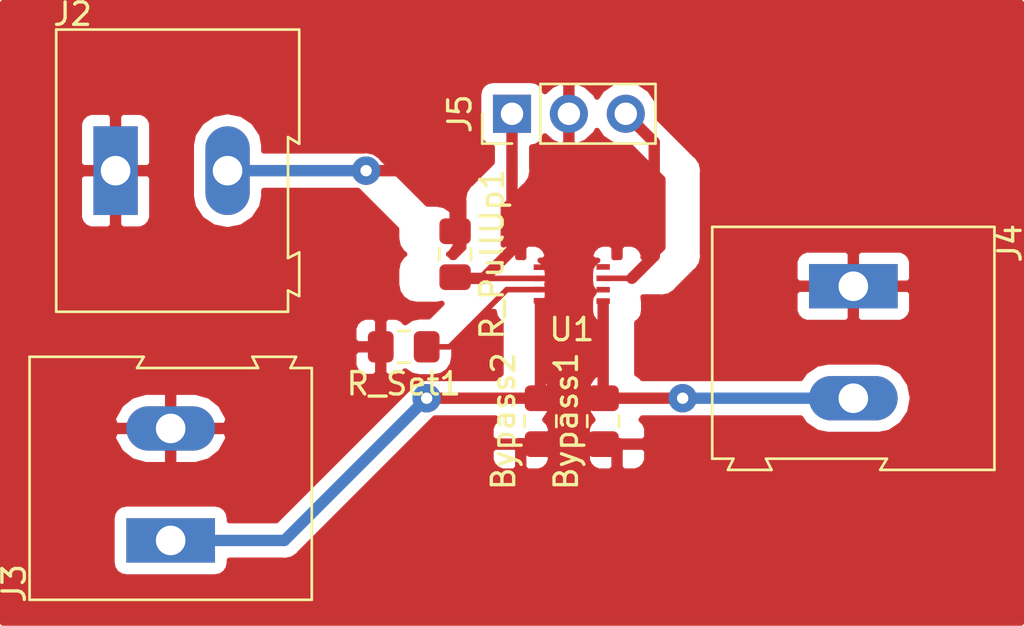
<source format=kicad_pcb>
(kicad_pcb (version 20171130) (host pcbnew "(5.0.2)-1")

  (general
    (thickness 1.6)
    (drawings 1)
    (tracks 31)
    (zones 0)
    (modules 9)
    (nets 8)
  )

  (page A4)
  (layers
    (0 F.Cu signal)
    (31 B.Cu signal)
    (32 B.Adhes user)
    (33 F.Adhes user)
    (34 B.Paste user)
    (35 F.Paste user)
    (36 B.SilkS user)
    (37 F.SilkS user hide)
    (38 B.Mask user)
    (39 F.Mask user)
    (40 Dwgs.User user)
    (41 Cmts.User user)
    (42 Eco1.User user)
    (43 Eco2.User user)
    (44 Edge.Cuts user)
    (45 Margin user)
    (46 B.CrtYd user)
    (47 F.CrtYd user)
    (48 B.Fab user)
    (49 F.Fab user hide)
  )

  (setup
    (last_trace_width 0.25)
    (trace_clearance 0.2)
    (zone_clearance 0.508)
    (zone_45_only no)
    (trace_min 0.2)
    (segment_width 0.2)
    (edge_width 0.15)
    (via_size 0.8)
    (via_drill 0.4)
    (via_min_size 0.4)
    (via_min_drill 0.3)
    (uvia_size 0.3)
    (uvia_drill 0.1)
    (uvias_allowed no)
    (uvia_min_size 0.2)
    (uvia_min_drill 0.1)
    (pcb_text_width 0.3)
    (pcb_text_size 1.5 1.5)
    (mod_edge_width 0.15)
    (mod_text_size 1 1)
    (mod_text_width 0.15)
    (pad_size 1.524 1.524)
    (pad_drill 0.762)
    (pad_to_mask_clearance 0.051)
    (solder_mask_min_width 0.25)
    (aux_axis_origin 0 0)
    (visible_elements 7FFFFFFF)
    (pcbplotparams
      (layerselection 0x010fc_ffffffff)
      (usegerberextensions false)
      (usegerberattributes false)
      (usegerberadvancedattributes false)
      (creategerberjobfile false)
      (excludeedgelayer true)
      (linewidth 0.100000)
      (plotframeref false)
      (viasonmask false)
      (mode 1)
      (useauxorigin false)
      (hpglpennumber 1)
      (hpglpenspeed 20)
      (hpglpendiameter 15.000000)
      (psnegative false)
      (psa4output false)
      (plotreference true)
      (plotvalue true)
      (plotinvisibletext false)
      (padsonsilk false)
      (subtractmaskfromsilk false)
      (outputformat 1)
      (mirror false)
      (drillshape 1)
      (scaleselection 1)
      (outputdirectory ""))
  )

  (net 0 "")
  (net 1 GND)
  (net 2 "Net-(J2-Pad2)")
  (net 3 "Net-(R_Set1-Pad1)")
  (net 4 "Net-(J5-Pad1)")
  (net 5 "Net-(J5-Pad3)")
  (net 6 "Net-(Bypass1-Pad2)")
  (net 7 "Net-(Bypass2-Pad2)")

  (net_class Default "This is the default net class."
    (clearance 0.2)
    (trace_width 0.25)
    (via_dia 0.8)
    (via_drill 0.4)
    (uvia_dia 0.3)
    (uvia_drill 0.1)
    (add_net GND)
    (add_net "Net-(Bypass1-Pad2)")
    (add_net "Net-(Bypass2-Pad2)")
    (add_net "Net-(J2-Pad2)")
    (add_net "Net-(J5-Pad1)")
    (add_net "Net-(J5-Pad3)")
    (add_net "Net-(R_Set1-Pad1)")
  )

  (module TerminalBlock:TerminalBlock_Altech_AK300-2_P5.00mm (layer F.Cu) (tedit 59FF0306) (tstamp 5CBABBED)
    (at 110.57 91.44)
    (descr "Altech AK300 terminal block, pitch 5.0mm, 45 degree angled, see http://www.mouser.com/ds/2/16/PCBMETRC-24178.pdf")
    (tags "Altech AK300 terminal block pitch 5.0mm")
    (path /5CAE3D59)
    (fp_text reference J2 (at -1.92 -6.99) (layer F.SilkS)
      (effects (font (size 1 1) (thickness 0.15)))
    )
    (fp_text value Screw_Terminal_01x02 (at 2.78 7.75) (layer F.Fab)
      (effects (font (size 1 1) (thickness 0.15)))
    )
    (fp_text user %R (at 2.5 -2) (layer F.Fab)
      (effects (font (size 1 1) (thickness 0.15)))
    )
    (fp_line (start -2.65 -6.3) (end -2.65 6.3) (layer F.SilkS) (width 0.12))
    (fp_line (start -2.65 6.3) (end 7.7 6.3) (layer F.SilkS) (width 0.12))
    (fp_line (start 7.7 6.3) (end 7.7 5.35) (layer F.SilkS) (width 0.12))
    (fp_line (start 7.7 5.35) (end 8.2 5.6) (layer F.SilkS) (width 0.12))
    (fp_line (start 8.2 5.6) (end 8.2 3.7) (layer F.SilkS) (width 0.12))
    (fp_line (start 8.2 3.7) (end 8.2 3.65) (layer F.SilkS) (width 0.12))
    (fp_line (start 8.2 3.65) (end 7.7 3.9) (layer F.SilkS) (width 0.12))
    (fp_line (start 7.7 3.9) (end 7.7 -1.5) (layer F.SilkS) (width 0.12))
    (fp_line (start 7.7 -1.5) (end 8.2 -1.2) (layer F.SilkS) (width 0.12))
    (fp_line (start 8.2 -1.2) (end 8.2 -6.3) (layer F.SilkS) (width 0.12))
    (fp_line (start 8.2 -6.3) (end -2.65 -6.3) (layer F.SilkS) (width 0.12))
    (fp_line (start -1.26 2.54) (end 1.28 2.54) (layer F.Fab) (width 0.1))
    (fp_line (start 1.28 2.54) (end 1.28 -0.25) (layer F.Fab) (width 0.1))
    (fp_line (start -1.26 -0.25) (end 1.28 -0.25) (layer F.Fab) (width 0.1))
    (fp_line (start -1.26 2.54) (end -1.26 -0.25) (layer F.Fab) (width 0.1))
    (fp_line (start 3.74 2.54) (end 6.28 2.54) (layer F.Fab) (width 0.1))
    (fp_line (start 6.28 2.54) (end 6.28 -0.25) (layer F.Fab) (width 0.1))
    (fp_line (start 3.74 -0.25) (end 6.28 -0.25) (layer F.Fab) (width 0.1))
    (fp_line (start 3.74 2.54) (end 3.74 -0.25) (layer F.Fab) (width 0.1))
    (fp_line (start 7.61 -6.22) (end 7.61 -3.17) (layer F.Fab) (width 0.1))
    (fp_line (start 7.61 -6.22) (end -2.58 -6.22) (layer F.Fab) (width 0.1))
    (fp_line (start 7.61 -6.22) (end 8.11 -6.22) (layer F.Fab) (width 0.1))
    (fp_line (start 8.11 -6.22) (end 8.11 -1.4) (layer F.Fab) (width 0.1))
    (fp_line (start 8.11 -1.4) (end 7.61 -1.65) (layer F.Fab) (width 0.1))
    (fp_line (start 8.11 5.46) (end 7.61 5.21) (layer F.Fab) (width 0.1))
    (fp_line (start 7.61 5.21) (end 7.61 6.22) (layer F.Fab) (width 0.1))
    (fp_line (start 8.11 3.81) (end 7.61 4.06) (layer F.Fab) (width 0.1))
    (fp_line (start 7.61 4.06) (end 7.61 5.21) (layer F.Fab) (width 0.1))
    (fp_line (start 8.11 3.81) (end 8.11 5.46) (layer F.Fab) (width 0.1))
    (fp_line (start 2.98 6.22) (end 2.98 4.32) (layer F.Fab) (width 0.1))
    (fp_line (start 7.05 -0.25) (end 7.05 4.32) (layer F.Fab) (width 0.1))
    (fp_line (start 2.98 6.22) (end 7.05 6.22) (layer F.Fab) (width 0.1))
    (fp_line (start 7.05 6.22) (end 7.61 6.22) (layer F.Fab) (width 0.1))
    (fp_line (start 2.04 6.22) (end 2.04 4.32) (layer F.Fab) (width 0.1))
    (fp_line (start 2.04 6.22) (end 2.98 6.22) (layer F.Fab) (width 0.1))
    (fp_line (start -2.02 -0.25) (end -2.02 4.32) (layer F.Fab) (width 0.1))
    (fp_line (start -2.58 6.22) (end -2.02 6.22) (layer F.Fab) (width 0.1))
    (fp_line (start -2.02 6.22) (end 2.04 6.22) (layer F.Fab) (width 0.1))
    (fp_line (start 2.98 4.32) (end 7.05 4.32) (layer F.Fab) (width 0.1))
    (fp_line (start 2.98 4.32) (end 2.98 -0.25) (layer F.Fab) (width 0.1))
    (fp_line (start 7.05 4.32) (end 7.05 6.22) (layer F.Fab) (width 0.1))
    (fp_line (start 2.04 4.32) (end -2.02 4.32) (layer F.Fab) (width 0.1))
    (fp_line (start 2.04 4.32) (end 2.04 -0.25) (layer F.Fab) (width 0.1))
    (fp_line (start -2.02 4.32) (end -2.02 6.22) (layer F.Fab) (width 0.1))
    (fp_line (start 6.67 3.68) (end 6.67 0.51) (layer F.Fab) (width 0.1))
    (fp_line (start 6.67 3.68) (end 3.36 3.68) (layer F.Fab) (width 0.1))
    (fp_line (start 3.36 3.68) (end 3.36 0.51) (layer F.Fab) (width 0.1))
    (fp_line (start 1.66 3.68) (end 1.66 0.51) (layer F.Fab) (width 0.1))
    (fp_line (start 1.66 3.68) (end -1.64 3.68) (layer F.Fab) (width 0.1))
    (fp_line (start -1.64 3.68) (end -1.64 0.51) (layer F.Fab) (width 0.1))
    (fp_line (start -1.64 0.51) (end -1.26 0.51) (layer F.Fab) (width 0.1))
    (fp_line (start 1.66 0.51) (end 1.28 0.51) (layer F.Fab) (width 0.1))
    (fp_line (start 3.36 0.51) (end 3.74 0.51) (layer F.Fab) (width 0.1))
    (fp_line (start 6.67 0.51) (end 6.28 0.51) (layer F.Fab) (width 0.1))
    (fp_line (start -2.58 6.22) (end -2.58 -0.64) (layer F.Fab) (width 0.1))
    (fp_line (start -2.58 -0.64) (end -2.58 -3.17) (layer F.Fab) (width 0.1))
    (fp_line (start 7.61 -1.65) (end 7.61 -0.64) (layer F.Fab) (width 0.1))
    (fp_line (start 7.61 -0.64) (end 7.61 4.06) (layer F.Fab) (width 0.1))
    (fp_line (start -2.58 -3.17) (end 7.61 -3.17) (layer F.Fab) (width 0.1))
    (fp_line (start -2.58 -3.17) (end -2.58 -6.22) (layer F.Fab) (width 0.1))
    (fp_line (start 7.61 -3.17) (end 7.61 -1.65) (layer F.Fab) (width 0.1))
    (fp_line (start 2.98 -3.43) (end 2.98 -5.97) (layer F.Fab) (width 0.1))
    (fp_line (start 2.98 -5.97) (end 7.05 -5.97) (layer F.Fab) (width 0.1))
    (fp_line (start 7.05 -5.97) (end 7.05 -3.43) (layer F.Fab) (width 0.1))
    (fp_line (start 7.05 -3.43) (end 2.98 -3.43) (layer F.Fab) (width 0.1))
    (fp_line (start 2.04 -3.43) (end 2.04 -5.97) (layer F.Fab) (width 0.1))
    (fp_line (start 2.04 -3.43) (end -2.02 -3.43) (layer F.Fab) (width 0.1))
    (fp_line (start -2.02 -3.43) (end -2.02 -5.97) (layer F.Fab) (width 0.1))
    (fp_line (start 2.04 -5.97) (end -2.02 -5.97) (layer F.Fab) (width 0.1))
    (fp_line (start 3.39 -4.45) (end 6.44 -5.08) (layer F.Fab) (width 0.1))
    (fp_line (start 3.52 -4.32) (end 6.56 -4.95) (layer F.Fab) (width 0.1))
    (fp_line (start -1.62 -4.45) (end 1.44 -5.08) (layer F.Fab) (width 0.1))
    (fp_line (start -1.49 -4.32) (end 1.56 -4.95) (layer F.Fab) (width 0.1))
    (fp_line (start -2.02 -0.25) (end -1.64 -0.25) (layer F.Fab) (width 0.1))
    (fp_line (start 2.04 -0.25) (end 1.66 -0.25) (layer F.Fab) (width 0.1))
    (fp_line (start 1.66 -0.25) (end -1.64 -0.25) (layer F.Fab) (width 0.1))
    (fp_line (start -2.58 -0.64) (end -1.64 -0.64) (layer F.Fab) (width 0.1))
    (fp_line (start -1.64 -0.64) (end 1.66 -0.64) (layer F.Fab) (width 0.1))
    (fp_line (start 1.66 -0.64) (end 3.36 -0.64) (layer F.Fab) (width 0.1))
    (fp_line (start 7.61 -0.64) (end 6.67 -0.64) (layer F.Fab) (width 0.1))
    (fp_line (start 6.67 -0.64) (end 3.36 -0.64) (layer F.Fab) (width 0.1))
    (fp_line (start 7.05 -0.25) (end 6.67 -0.25) (layer F.Fab) (width 0.1))
    (fp_line (start 2.98 -0.25) (end 3.36 -0.25) (layer F.Fab) (width 0.1))
    (fp_line (start 3.36 -0.25) (end 6.67 -0.25) (layer F.Fab) (width 0.1))
    (fp_line (start -2.83 -6.47) (end 8.36 -6.47) (layer F.CrtYd) (width 0.05))
    (fp_line (start -2.83 -6.47) (end -2.83 6.47) (layer F.CrtYd) (width 0.05))
    (fp_line (start 8.36 6.47) (end 8.36 -6.47) (layer F.CrtYd) (width 0.05))
    (fp_line (start 8.36 6.47) (end -2.83 6.47) (layer F.CrtYd) (width 0.05))
    (fp_arc (start 6.03 -4.59) (end 6.54 -5.05) (angle 90.5) (layer F.Fab) (width 0.1))
    (fp_arc (start 5.07 -6.07) (end 6.53 -4.12) (angle 75.5) (layer F.Fab) (width 0.1))
    (fp_arc (start 4.99 -3.71) (end 3.39 -5) (angle 100) (layer F.Fab) (width 0.1))
    (fp_arc (start 3.87 -4.65) (end 3.58 -4.13) (angle 104.2) (layer F.Fab) (width 0.1))
    (fp_arc (start 1.03 -4.59) (end 1.53 -5.05) (angle 90.5) (layer F.Fab) (width 0.1))
    (fp_arc (start 0.06 -6.07) (end 1.53 -4.12) (angle 75.5) (layer F.Fab) (width 0.1))
    (fp_arc (start -0.01 -3.71) (end -1.62 -5) (angle 100) (layer F.Fab) (width 0.1))
    (fp_arc (start -1.13 -4.65) (end -1.42 -4.13) (angle 104.2) (layer F.Fab) (width 0.1))
    (pad 1 thru_hole rect (at 0 0) (size 1.98 3.96) (drill 1.32) (layers *.Cu *.Mask)
      (net 1 GND))
    (pad 2 thru_hole oval (at 5 0) (size 1.98 3.96) (drill 1.32) (layers *.Cu *.Mask)
      (net 2 "Net-(J2-Pad2)"))
    (model ${KISYS3DMOD}/TerminalBlock.3dshapes/TerminalBlock_Altech_AK300-2_P5.00mm.wrl
      (at (xyz 0 0 0))
      (scale (xyz 1 1 1))
      (rotate (xyz 0 0 0))
    )
  )

  (module TerminalBlock:TerminalBlock_Altech_AK300-2_P5.00mm (layer F.Cu) (tedit 59FF0306) (tstamp 5CBABC54)
    (at 113.03 107.95 90)
    (descr "Altech AK300 terminal block, pitch 5.0mm, 45 degree angled, see http://www.mouser.com/ds/2/16/PCBMETRC-24178.pdf")
    (tags "Altech AK300 terminal block pitch 5.0mm")
    (path /5CAE2D19)
    (fp_text reference J3 (at -1.92 -6.99 90) (layer F.SilkS)
      (effects (font (size 1 1) (thickness 0.15)))
    )
    (fp_text value Screw_Terminal_01x02 (at 2.78 7.75 90) (layer F.Fab)
      (effects (font (size 1 1) (thickness 0.15)))
    )
    (fp_text user %R (at 2.5 -2 90) (layer F.Fab)
      (effects (font (size 1 1) (thickness 0.15)))
    )
    (fp_line (start -2.65 -6.3) (end -2.65 6.3) (layer F.SilkS) (width 0.12))
    (fp_line (start -2.65 6.3) (end 7.7 6.3) (layer F.SilkS) (width 0.12))
    (fp_line (start 7.7 6.3) (end 7.7 5.35) (layer F.SilkS) (width 0.12))
    (fp_line (start 7.7 5.35) (end 8.2 5.6) (layer F.SilkS) (width 0.12))
    (fp_line (start 8.2 5.6) (end 8.2 3.7) (layer F.SilkS) (width 0.12))
    (fp_line (start 8.2 3.7) (end 8.2 3.65) (layer F.SilkS) (width 0.12))
    (fp_line (start 8.2 3.65) (end 7.7 3.9) (layer F.SilkS) (width 0.12))
    (fp_line (start 7.7 3.9) (end 7.7 -1.5) (layer F.SilkS) (width 0.12))
    (fp_line (start 7.7 -1.5) (end 8.2 -1.2) (layer F.SilkS) (width 0.12))
    (fp_line (start 8.2 -1.2) (end 8.2 -6.3) (layer F.SilkS) (width 0.12))
    (fp_line (start 8.2 -6.3) (end -2.65 -6.3) (layer F.SilkS) (width 0.12))
    (fp_line (start -1.26 2.54) (end 1.28 2.54) (layer F.Fab) (width 0.1))
    (fp_line (start 1.28 2.54) (end 1.28 -0.25) (layer F.Fab) (width 0.1))
    (fp_line (start -1.26 -0.25) (end 1.28 -0.25) (layer F.Fab) (width 0.1))
    (fp_line (start -1.26 2.54) (end -1.26 -0.25) (layer F.Fab) (width 0.1))
    (fp_line (start 3.74 2.54) (end 6.28 2.54) (layer F.Fab) (width 0.1))
    (fp_line (start 6.28 2.54) (end 6.28 -0.25) (layer F.Fab) (width 0.1))
    (fp_line (start 3.74 -0.25) (end 6.28 -0.25) (layer F.Fab) (width 0.1))
    (fp_line (start 3.74 2.54) (end 3.74 -0.25) (layer F.Fab) (width 0.1))
    (fp_line (start 7.61 -6.22) (end 7.61 -3.17) (layer F.Fab) (width 0.1))
    (fp_line (start 7.61 -6.22) (end -2.58 -6.22) (layer F.Fab) (width 0.1))
    (fp_line (start 7.61 -6.22) (end 8.11 -6.22) (layer F.Fab) (width 0.1))
    (fp_line (start 8.11 -6.22) (end 8.11 -1.4) (layer F.Fab) (width 0.1))
    (fp_line (start 8.11 -1.4) (end 7.61 -1.65) (layer F.Fab) (width 0.1))
    (fp_line (start 8.11 5.46) (end 7.61 5.21) (layer F.Fab) (width 0.1))
    (fp_line (start 7.61 5.21) (end 7.61 6.22) (layer F.Fab) (width 0.1))
    (fp_line (start 8.11 3.81) (end 7.61 4.06) (layer F.Fab) (width 0.1))
    (fp_line (start 7.61 4.06) (end 7.61 5.21) (layer F.Fab) (width 0.1))
    (fp_line (start 8.11 3.81) (end 8.11 5.46) (layer F.Fab) (width 0.1))
    (fp_line (start 2.98 6.22) (end 2.98 4.32) (layer F.Fab) (width 0.1))
    (fp_line (start 7.05 -0.25) (end 7.05 4.32) (layer F.Fab) (width 0.1))
    (fp_line (start 2.98 6.22) (end 7.05 6.22) (layer F.Fab) (width 0.1))
    (fp_line (start 7.05 6.22) (end 7.61 6.22) (layer F.Fab) (width 0.1))
    (fp_line (start 2.04 6.22) (end 2.04 4.32) (layer F.Fab) (width 0.1))
    (fp_line (start 2.04 6.22) (end 2.98 6.22) (layer F.Fab) (width 0.1))
    (fp_line (start -2.02 -0.25) (end -2.02 4.32) (layer F.Fab) (width 0.1))
    (fp_line (start -2.58 6.22) (end -2.02 6.22) (layer F.Fab) (width 0.1))
    (fp_line (start -2.02 6.22) (end 2.04 6.22) (layer F.Fab) (width 0.1))
    (fp_line (start 2.98 4.32) (end 7.05 4.32) (layer F.Fab) (width 0.1))
    (fp_line (start 2.98 4.32) (end 2.98 -0.25) (layer F.Fab) (width 0.1))
    (fp_line (start 7.05 4.32) (end 7.05 6.22) (layer F.Fab) (width 0.1))
    (fp_line (start 2.04 4.32) (end -2.02 4.32) (layer F.Fab) (width 0.1))
    (fp_line (start 2.04 4.32) (end 2.04 -0.25) (layer F.Fab) (width 0.1))
    (fp_line (start -2.02 4.32) (end -2.02 6.22) (layer F.Fab) (width 0.1))
    (fp_line (start 6.67 3.68) (end 6.67 0.51) (layer F.Fab) (width 0.1))
    (fp_line (start 6.67 3.68) (end 3.36 3.68) (layer F.Fab) (width 0.1))
    (fp_line (start 3.36 3.68) (end 3.36 0.51) (layer F.Fab) (width 0.1))
    (fp_line (start 1.66 3.68) (end 1.66 0.51) (layer F.Fab) (width 0.1))
    (fp_line (start 1.66 3.68) (end -1.64 3.68) (layer F.Fab) (width 0.1))
    (fp_line (start -1.64 3.68) (end -1.64 0.51) (layer F.Fab) (width 0.1))
    (fp_line (start -1.64 0.51) (end -1.26 0.51) (layer F.Fab) (width 0.1))
    (fp_line (start 1.66 0.51) (end 1.28 0.51) (layer F.Fab) (width 0.1))
    (fp_line (start 3.36 0.51) (end 3.74 0.51) (layer F.Fab) (width 0.1))
    (fp_line (start 6.67 0.51) (end 6.28 0.51) (layer F.Fab) (width 0.1))
    (fp_line (start -2.58 6.22) (end -2.58 -0.64) (layer F.Fab) (width 0.1))
    (fp_line (start -2.58 -0.64) (end -2.58 -3.17) (layer F.Fab) (width 0.1))
    (fp_line (start 7.61 -1.65) (end 7.61 -0.64) (layer F.Fab) (width 0.1))
    (fp_line (start 7.61 -0.64) (end 7.61 4.06) (layer F.Fab) (width 0.1))
    (fp_line (start -2.58 -3.17) (end 7.61 -3.17) (layer F.Fab) (width 0.1))
    (fp_line (start -2.58 -3.17) (end -2.58 -6.22) (layer F.Fab) (width 0.1))
    (fp_line (start 7.61 -3.17) (end 7.61 -1.65) (layer F.Fab) (width 0.1))
    (fp_line (start 2.98 -3.43) (end 2.98 -5.97) (layer F.Fab) (width 0.1))
    (fp_line (start 2.98 -5.97) (end 7.05 -5.97) (layer F.Fab) (width 0.1))
    (fp_line (start 7.05 -5.97) (end 7.05 -3.43) (layer F.Fab) (width 0.1))
    (fp_line (start 7.05 -3.43) (end 2.98 -3.43) (layer F.Fab) (width 0.1))
    (fp_line (start 2.04 -3.43) (end 2.04 -5.97) (layer F.Fab) (width 0.1))
    (fp_line (start 2.04 -3.43) (end -2.02 -3.43) (layer F.Fab) (width 0.1))
    (fp_line (start -2.02 -3.43) (end -2.02 -5.97) (layer F.Fab) (width 0.1))
    (fp_line (start 2.04 -5.97) (end -2.02 -5.97) (layer F.Fab) (width 0.1))
    (fp_line (start 3.39 -4.45) (end 6.44 -5.08) (layer F.Fab) (width 0.1))
    (fp_line (start 3.52 -4.32) (end 6.56 -4.95) (layer F.Fab) (width 0.1))
    (fp_line (start -1.62 -4.45) (end 1.44 -5.08) (layer F.Fab) (width 0.1))
    (fp_line (start -1.49 -4.32) (end 1.56 -4.95) (layer F.Fab) (width 0.1))
    (fp_line (start -2.02 -0.25) (end -1.64 -0.25) (layer F.Fab) (width 0.1))
    (fp_line (start 2.04 -0.25) (end 1.66 -0.25) (layer F.Fab) (width 0.1))
    (fp_line (start 1.66 -0.25) (end -1.64 -0.25) (layer F.Fab) (width 0.1))
    (fp_line (start -2.58 -0.64) (end -1.64 -0.64) (layer F.Fab) (width 0.1))
    (fp_line (start -1.64 -0.64) (end 1.66 -0.64) (layer F.Fab) (width 0.1))
    (fp_line (start 1.66 -0.64) (end 3.36 -0.64) (layer F.Fab) (width 0.1))
    (fp_line (start 7.61 -0.64) (end 6.67 -0.64) (layer F.Fab) (width 0.1))
    (fp_line (start 6.67 -0.64) (end 3.36 -0.64) (layer F.Fab) (width 0.1))
    (fp_line (start 7.05 -0.25) (end 6.67 -0.25) (layer F.Fab) (width 0.1))
    (fp_line (start 2.98 -0.25) (end 3.36 -0.25) (layer F.Fab) (width 0.1))
    (fp_line (start 3.36 -0.25) (end 6.67 -0.25) (layer F.Fab) (width 0.1))
    (fp_line (start -2.83 -6.47) (end 8.36 -6.47) (layer F.CrtYd) (width 0.05))
    (fp_line (start -2.83 -6.47) (end -2.83 6.47) (layer F.CrtYd) (width 0.05))
    (fp_line (start 8.36 6.47) (end 8.36 -6.47) (layer F.CrtYd) (width 0.05))
    (fp_line (start 8.36 6.47) (end -2.83 6.47) (layer F.CrtYd) (width 0.05))
    (fp_arc (start 6.03 -4.59) (end 6.54 -5.05) (angle 90.5) (layer F.Fab) (width 0.1))
    (fp_arc (start 5.07 -6.07) (end 6.53 -4.12) (angle 75.5) (layer F.Fab) (width 0.1))
    (fp_arc (start 4.99 -3.71) (end 3.39 -5) (angle 100) (layer F.Fab) (width 0.1))
    (fp_arc (start 3.87 -4.65) (end 3.58 -4.13) (angle 104.2) (layer F.Fab) (width 0.1))
    (fp_arc (start 1.03 -4.59) (end 1.53 -5.05) (angle 90.5) (layer F.Fab) (width 0.1))
    (fp_arc (start 0.06 -6.07) (end 1.53 -4.12) (angle 75.5) (layer F.Fab) (width 0.1))
    (fp_arc (start -0.01 -3.71) (end -1.62 -5) (angle 100) (layer F.Fab) (width 0.1))
    (fp_arc (start -1.13 -4.65) (end -1.42 -4.13) (angle 104.2) (layer F.Fab) (width 0.1))
    (pad 1 thru_hole rect (at 0 0 90) (size 1.98 3.96) (drill 1.32) (layers *.Cu *.Mask)
      (net 7 "Net-(Bypass2-Pad2)"))
    (pad 2 thru_hole oval (at 5 0 90) (size 1.98 3.96) (drill 1.32) (layers *.Cu *.Mask)
      (net 1 GND))
    (model ${KISYS3DMOD}/TerminalBlock.3dshapes/TerminalBlock_Altech_AK300-2_P5.00mm.wrl
      (at (xyz 0 0 0))
      (scale (xyz 1 1 1))
      (rotate (xyz 0 0 0))
    )
  )

  (module TerminalBlock:TerminalBlock_Altech_AK300-2_P5.00mm (layer F.Cu) (tedit 59FF0306) (tstamp 5CBABCBB)
    (at 143.51 96.6 270)
    (descr "Altech AK300 terminal block, pitch 5.0mm, 45 degree angled, see http://www.mouser.com/ds/2/16/PCBMETRC-24178.pdf")
    (tags "Altech AK300 terminal block pitch 5.0mm")
    (path /5CAE3927)
    (fp_text reference J4 (at -1.92 -6.99 270) (layer F.SilkS)
      (effects (font (size 1 1) (thickness 0.15)))
    )
    (fp_text value Screw_Terminal_01x02 (at 2.78 7.75 270) (layer F.Fab)
      (effects (font (size 1 1) (thickness 0.15)))
    )
    (fp_arc (start -1.13 -4.65) (end -1.42 -4.13) (angle 104.2) (layer F.Fab) (width 0.1))
    (fp_arc (start -0.01 -3.71) (end -1.62 -5) (angle 100) (layer F.Fab) (width 0.1))
    (fp_arc (start 0.06 -6.07) (end 1.53 -4.12) (angle 75.5) (layer F.Fab) (width 0.1))
    (fp_arc (start 1.03 -4.59) (end 1.53 -5.05) (angle 90.5) (layer F.Fab) (width 0.1))
    (fp_arc (start 3.87 -4.65) (end 3.58 -4.13) (angle 104.2) (layer F.Fab) (width 0.1))
    (fp_arc (start 4.99 -3.71) (end 3.39 -5) (angle 100) (layer F.Fab) (width 0.1))
    (fp_arc (start 5.07 -6.07) (end 6.53 -4.12) (angle 75.5) (layer F.Fab) (width 0.1))
    (fp_arc (start 6.03 -4.59) (end 6.54 -5.05) (angle 90.5) (layer F.Fab) (width 0.1))
    (fp_line (start 8.36 6.47) (end -2.83 6.47) (layer F.CrtYd) (width 0.05))
    (fp_line (start 8.36 6.47) (end 8.36 -6.47) (layer F.CrtYd) (width 0.05))
    (fp_line (start -2.83 -6.47) (end -2.83 6.47) (layer F.CrtYd) (width 0.05))
    (fp_line (start -2.83 -6.47) (end 8.36 -6.47) (layer F.CrtYd) (width 0.05))
    (fp_line (start 3.36 -0.25) (end 6.67 -0.25) (layer F.Fab) (width 0.1))
    (fp_line (start 2.98 -0.25) (end 3.36 -0.25) (layer F.Fab) (width 0.1))
    (fp_line (start 7.05 -0.25) (end 6.67 -0.25) (layer F.Fab) (width 0.1))
    (fp_line (start 6.67 -0.64) (end 3.36 -0.64) (layer F.Fab) (width 0.1))
    (fp_line (start 7.61 -0.64) (end 6.67 -0.64) (layer F.Fab) (width 0.1))
    (fp_line (start 1.66 -0.64) (end 3.36 -0.64) (layer F.Fab) (width 0.1))
    (fp_line (start -1.64 -0.64) (end 1.66 -0.64) (layer F.Fab) (width 0.1))
    (fp_line (start -2.58 -0.64) (end -1.64 -0.64) (layer F.Fab) (width 0.1))
    (fp_line (start 1.66 -0.25) (end -1.64 -0.25) (layer F.Fab) (width 0.1))
    (fp_line (start 2.04 -0.25) (end 1.66 -0.25) (layer F.Fab) (width 0.1))
    (fp_line (start -2.02 -0.25) (end -1.64 -0.25) (layer F.Fab) (width 0.1))
    (fp_line (start -1.49 -4.32) (end 1.56 -4.95) (layer F.Fab) (width 0.1))
    (fp_line (start -1.62 -4.45) (end 1.44 -5.08) (layer F.Fab) (width 0.1))
    (fp_line (start 3.52 -4.32) (end 6.56 -4.95) (layer F.Fab) (width 0.1))
    (fp_line (start 3.39 -4.45) (end 6.44 -5.08) (layer F.Fab) (width 0.1))
    (fp_line (start 2.04 -5.97) (end -2.02 -5.97) (layer F.Fab) (width 0.1))
    (fp_line (start -2.02 -3.43) (end -2.02 -5.97) (layer F.Fab) (width 0.1))
    (fp_line (start 2.04 -3.43) (end -2.02 -3.43) (layer F.Fab) (width 0.1))
    (fp_line (start 2.04 -3.43) (end 2.04 -5.97) (layer F.Fab) (width 0.1))
    (fp_line (start 7.05 -3.43) (end 2.98 -3.43) (layer F.Fab) (width 0.1))
    (fp_line (start 7.05 -5.97) (end 7.05 -3.43) (layer F.Fab) (width 0.1))
    (fp_line (start 2.98 -5.97) (end 7.05 -5.97) (layer F.Fab) (width 0.1))
    (fp_line (start 2.98 -3.43) (end 2.98 -5.97) (layer F.Fab) (width 0.1))
    (fp_line (start 7.61 -3.17) (end 7.61 -1.65) (layer F.Fab) (width 0.1))
    (fp_line (start -2.58 -3.17) (end -2.58 -6.22) (layer F.Fab) (width 0.1))
    (fp_line (start -2.58 -3.17) (end 7.61 -3.17) (layer F.Fab) (width 0.1))
    (fp_line (start 7.61 -0.64) (end 7.61 4.06) (layer F.Fab) (width 0.1))
    (fp_line (start 7.61 -1.65) (end 7.61 -0.64) (layer F.Fab) (width 0.1))
    (fp_line (start -2.58 -0.64) (end -2.58 -3.17) (layer F.Fab) (width 0.1))
    (fp_line (start -2.58 6.22) (end -2.58 -0.64) (layer F.Fab) (width 0.1))
    (fp_line (start 6.67 0.51) (end 6.28 0.51) (layer F.Fab) (width 0.1))
    (fp_line (start 3.36 0.51) (end 3.74 0.51) (layer F.Fab) (width 0.1))
    (fp_line (start 1.66 0.51) (end 1.28 0.51) (layer F.Fab) (width 0.1))
    (fp_line (start -1.64 0.51) (end -1.26 0.51) (layer F.Fab) (width 0.1))
    (fp_line (start -1.64 3.68) (end -1.64 0.51) (layer F.Fab) (width 0.1))
    (fp_line (start 1.66 3.68) (end -1.64 3.68) (layer F.Fab) (width 0.1))
    (fp_line (start 1.66 3.68) (end 1.66 0.51) (layer F.Fab) (width 0.1))
    (fp_line (start 3.36 3.68) (end 3.36 0.51) (layer F.Fab) (width 0.1))
    (fp_line (start 6.67 3.68) (end 3.36 3.68) (layer F.Fab) (width 0.1))
    (fp_line (start 6.67 3.68) (end 6.67 0.51) (layer F.Fab) (width 0.1))
    (fp_line (start -2.02 4.32) (end -2.02 6.22) (layer F.Fab) (width 0.1))
    (fp_line (start 2.04 4.32) (end 2.04 -0.25) (layer F.Fab) (width 0.1))
    (fp_line (start 2.04 4.32) (end -2.02 4.32) (layer F.Fab) (width 0.1))
    (fp_line (start 7.05 4.32) (end 7.05 6.22) (layer F.Fab) (width 0.1))
    (fp_line (start 2.98 4.32) (end 2.98 -0.25) (layer F.Fab) (width 0.1))
    (fp_line (start 2.98 4.32) (end 7.05 4.32) (layer F.Fab) (width 0.1))
    (fp_line (start -2.02 6.22) (end 2.04 6.22) (layer F.Fab) (width 0.1))
    (fp_line (start -2.58 6.22) (end -2.02 6.22) (layer F.Fab) (width 0.1))
    (fp_line (start -2.02 -0.25) (end -2.02 4.32) (layer F.Fab) (width 0.1))
    (fp_line (start 2.04 6.22) (end 2.98 6.22) (layer F.Fab) (width 0.1))
    (fp_line (start 2.04 6.22) (end 2.04 4.32) (layer F.Fab) (width 0.1))
    (fp_line (start 7.05 6.22) (end 7.61 6.22) (layer F.Fab) (width 0.1))
    (fp_line (start 2.98 6.22) (end 7.05 6.22) (layer F.Fab) (width 0.1))
    (fp_line (start 7.05 -0.25) (end 7.05 4.32) (layer F.Fab) (width 0.1))
    (fp_line (start 2.98 6.22) (end 2.98 4.32) (layer F.Fab) (width 0.1))
    (fp_line (start 8.11 3.81) (end 8.11 5.46) (layer F.Fab) (width 0.1))
    (fp_line (start 7.61 4.06) (end 7.61 5.21) (layer F.Fab) (width 0.1))
    (fp_line (start 8.11 3.81) (end 7.61 4.06) (layer F.Fab) (width 0.1))
    (fp_line (start 7.61 5.21) (end 7.61 6.22) (layer F.Fab) (width 0.1))
    (fp_line (start 8.11 5.46) (end 7.61 5.21) (layer F.Fab) (width 0.1))
    (fp_line (start 8.11 -1.4) (end 7.61 -1.65) (layer F.Fab) (width 0.1))
    (fp_line (start 8.11 -6.22) (end 8.11 -1.4) (layer F.Fab) (width 0.1))
    (fp_line (start 7.61 -6.22) (end 8.11 -6.22) (layer F.Fab) (width 0.1))
    (fp_line (start 7.61 -6.22) (end -2.58 -6.22) (layer F.Fab) (width 0.1))
    (fp_line (start 7.61 -6.22) (end 7.61 -3.17) (layer F.Fab) (width 0.1))
    (fp_line (start 3.74 2.54) (end 3.74 -0.25) (layer F.Fab) (width 0.1))
    (fp_line (start 3.74 -0.25) (end 6.28 -0.25) (layer F.Fab) (width 0.1))
    (fp_line (start 6.28 2.54) (end 6.28 -0.25) (layer F.Fab) (width 0.1))
    (fp_line (start 3.74 2.54) (end 6.28 2.54) (layer F.Fab) (width 0.1))
    (fp_line (start -1.26 2.54) (end -1.26 -0.25) (layer F.Fab) (width 0.1))
    (fp_line (start -1.26 -0.25) (end 1.28 -0.25) (layer F.Fab) (width 0.1))
    (fp_line (start 1.28 2.54) (end 1.28 -0.25) (layer F.Fab) (width 0.1))
    (fp_line (start -1.26 2.54) (end 1.28 2.54) (layer F.Fab) (width 0.1))
    (fp_line (start 8.2 -6.3) (end -2.65 -6.3) (layer F.SilkS) (width 0.12))
    (fp_line (start 8.2 -1.2) (end 8.2 -6.3) (layer F.SilkS) (width 0.12))
    (fp_line (start 7.7 -1.5) (end 8.2 -1.2) (layer F.SilkS) (width 0.12))
    (fp_line (start 7.7 3.9) (end 7.7 -1.5) (layer F.SilkS) (width 0.12))
    (fp_line (start 8.2 3.65) (end 7.7 3.9) (layer F.SilkS) (width 0.12))
    (fp_line (start 8.2 3.7) (end 8.2 3.65) (layer F.SilkS) (width 0.12))
    (fp_line (start 8.2 5.6) (end 8.2 3.7) (layer F.SilkS) (width 0.12))
    (fp_line (start 7.7 5.35) (end 8.2 5.6) (layer F.SilkS) (width 0.12))
    (fp_line (start 7.7 6.3) (end 7.7 5.35) (layer F.SilkS) (width 0.12))
    (fp_line (start -2.65 6.3) (end 7.7 6.3) (layer F.SilkS) (width 0.12))
    (fp_line (start -2.65 -6.3) (end -2.65 6.3) (layer F.SilkS) (width 0.12))
    (fp_text user %R (at 2.5 -2 270) (layer F.Fab)
      (effects (font (size 1 1) (thickness 0.15)))
    )
    (pad 2 thru_hole oval (at 5 0 270) (size 1.98 3.96) (drill 1.32) (layers *.Cu *.Mask)
      (net 6 "Net-(Bypass1-Pad2)"))
    (pad 1 thru_hole rect (at 0 0 270) (size 1.98 3.96) (drill 1.32) (layers *.Cu *.Mask)
      (net 1 GND))
    (model ${KISYS3DMOD}/TerminalBlock.3dshapes/TerminalBlock_Altech_AK300-2_P5.00mm.wrl
      (at (xyz 0 0 0))
      (scale (xyz 1 1 1))
      (rotate (xyz 0 0 0))
    )
  )

  (module Resistor_SMD:R_0805_2012Metric_Pad1.15x1.40mm_HandSolder (layer F.Cu) (tedit 5B36C52B) (tstamp 5CBABCE2)
    (at 125.73 95.17 270)
    (descr "Resistor SMD 0805 (2012 Metric), square (rectangular) end terminal, IPC_7351 nominal with elongated pad for handsoldering. (Body size source: https://docs.google.com/spreadsheets/d/1BsfQQcO9C6DZCsRaXUlFlo91Tg2WpOkGARC1WS5S8t0/edit?usp=sharing), generated with kicad-footprint-generator")
    (tags "resistor handsolder")
    (path /5CAE2C1C)
    (attr smd)
    (fp_text reference R_PullUp1 (at 0 -1.65 270) (layer F.SilkS)
      (effects (font (size 1 1) (thickness 0.15)))
    )
    (fp_text value 10k (at 0 1.65 270) (layer F.Fab)
      (effects (font (size 1 1) (thickness 0.15)))
    )
    (fp_text user %R (at 0 0 270) (layer F.Fab)
      (effects (font (size 0.5 0.5) (thickness 0.08)))
    )
    (fp_line (start 1.85 0.95) (end -1.85 0.95) (layer F.CrtYd) (width 0.05))
    (fp_line (start 1.85 -0.95) (end 1.85 0.95) (layer F.CrtYd) (width 0.05))
    (fp_line (start -1.85 -0.95) (end 1.85 -0.95) (layer F.CrtYd) (width 0.05))
    (fp_line (start -1.85 0.95) (end -1.85 -0.95) (layer F.CrtYd) (width 0.05))
    (fp_line (start -0.261252 0.71) (end 0.261252 0.71) (layer F.SilkS) (width 0.12))
    (fp_line (start -0.261252 -0.71) (end 0.261252 -0.71) (layer F.SilkS) (width 0.12))
    (fp_line (start 1 0.6) (end -1 0.6) (layer F.Fab) (width 0.1))
    (fp_line (start 1 -0.6) (end 1 0.6) (layer F.Fab) (width 0.1))
    (fp_line (start -1 -0.6) (end 1 -0.6) (layer F.Fab) (width 0.1))
    (fp_line (start -1 0.6) (end -1 -0.6) (layer F.Fab) (width 0.1))
    (pad 2 smd roundrect (at 1.025 0 270) (size 1.15 1.4) (layers F.Cu F.Paste F.Mask) (roundrect_rratio 0.217391)
      (net 4 "Net-(J5-Pad1)"))
    (pad 1 smd roundrect (at -1.025 0 270) (size 1.15 1.4) (layers F.Cu F.Paste F.Mask) (roundrect_rratio 0.217391)
      (net 2 "Net-(J2-Pad2)"))
    (model ${KISYS3DMOD}/Resistor_SMD.3dshapes/R_0805_2012Metric.wrl
      (at (xyz 0 0 0))
      (scale (xyz 1 1 1))
      (rotate (xyz 0 0 0))
    )
  )

  (module Resistor_SMD:R_0805_2012Metric_Pad1.15x1.40mm_HandSolder (layer F.Cu) (tedit 5B36C52B) (tstamp 5CBABCF3)
    (at 123.435 99.305 180)
    (descr "Resistor SMD 0805 (2012 Metric), square (rectangular) end terminal, IPC_7351 nominal with elongated pad for handsoldering. (Body size source: https://docs.google.com/spreadsheets/d/1BsfQQcO9C6DZCsRaXUlFlo91Tg2WpOkGARC1WS5S8t0/edit?usp=sharing), generated with kicad-footprint-generator")
    (tags "resistor handsolder")
    (path /5CAE34DD)
    (attr smd)
    (fp_text reference R_Set1 (at 0 -1.65 180) (layer F.SilkS)
      (effects (font (size 1 1) (thickness 0.15)))
    )
    (fp_text value x (at 0 1.65 180) (layer F.Fab)
      (effects (font (size 1 1) (thickness 0.15)))
    )
    (fp_line (start -1 0.6) (end -1 -0.6) (layer F.Fab) (width 0.1))
    (fp_line (start -1 -0.6) (end 1 -0.6) (layer F.Fab) (width 0.1))
    (fp_line (start 1 -0.6) (end 1 0.6) (layer F.Fab) (width 0.1))
    (fp_line (start 1 0.6) (end -1 0.6) (layer F.Fab) (width 0.1))
    (fp_line (start -0.261252 -0.71) (end 0.261252 -0.71) (layer F.SilkS) (width 0.12))
    (fp_line (start -0.261252 0.71) (end 0.261252 0.71) (layer F.SilkS) (width 0.12))
    (fp_line (start -1.85 0.95) (end -1.85 -0.95) (layer F.CrtYd) (width 0.05))
    (fp_line (start -1.85 -0.95) (end 1.85 -0.95) (layer F.CrtYd) (width 0.05))
    (fp_line (start 1.85 -0.95) (end 1.85 0.95) (layer F.CrtYd) (width 0.05))
    (fp_line (start 1.85 0.95) (end -1.85 0.95) (layer F.CrtYd) (width 0.05))
    (fp_text user %R (at 0 0 180) (layer F.Fab)
      (effects (font (size 0.5 0.5) (thickness 0.08)))
    )
    (pad 1 smd roundrect (at -1.025 0 180) (size 1.15 1.4) (layers F.Cu F.Paste F.Mask) (roundrect_rratio 0.217391)
      (net 3 "Net-(R_Set1-Pad1)"))
    (pad 2 smd roundrect (at 1.025 0 180) (size 1.15 1.4) (layers F.Cu F.Paste F.Mask) (roundrect_rratio 0.217391)
      (net 1 GND))
    (model ${KISYS3DMOD}/Resistor_SMD.3dshapes/R_0805_2012Metric.wrl
      (at (xyz 0 0 0))
      (scale (xyz 1 1 1))
      (rotate (xyz 0 0 0))
    )
  )

  (module Connector_PinHeader_2.54mm:PinHeader_1x03_P2.54mm_Vertical (layer F.Cu) (tedit 59FED5CC) (tstamp 5CBB912C)
    (at 128.27 88.9 90)
    (descr "Through hole straight pin header, 1x03, 2.54mm pitch, single row")
    (tags "Through hole pin header THT 1x03 2.54mm single row")
    (path /5CAE3075)
    (fp_text reference J5 (at 0 -2.33 90) (layer F.SilkS)
      (effects (font (size 1 1) (thickness 0.15)))
    )
    (fp_text value Conn_01x03_Male (at 0 7.41 90) (layer F.Fab)
      (effects (font (size 1 1) (thickness 0.15)))
    )
    (fp_line (start -0.635 -1.27) (end 1.27 -1.27) (layer F.Fab) (width 0.1))
    (fp_line (start 1.27 -1.27) (end 1.27 6.35) (layer F.Fab) (width 0.1))
    (fp_line (start 1.27 6.35) (end -1.27 6.35) (layer F.Fab) (width 0.1))
    (fp_line (start -1.27 6.35) (end -1.27 -0.635) (layer F.Fab) (width 0.1))
    (fp_line (start -1.27 -0.635) (end -0.635 -1.27) (layer F.Fab) (width 0.1))
    (fp_line (start -1.33 6.41) (end 1.33 6.41) (layer F.SilkS) (width 0.12))
    (fp_line (start -1.33 1.27) (end -1.33 6.41) (layer F.SilkS) (width 0.12))
    (fp_line (start 1.33 1.27) (end 1.33 6.41) (layer F.SilkS) (width 0.12))
    (fp_line (start -1.33 1.27) (end 1.33 1.27) (layer F.SilkS) (width 0.12))
    (fp_line (start -1.33 0) (end -1.33 -1.33) (layer F.SilkS) (width 0.12))
    (fp_line (start -1.33 -1.33) (end 0 -1.33) (layer F.SilkS) (width 0.12))
    (fp_line (start -1.8 -1.8) (end -1.8 6.85) (layer F.CrtYd) (width 0.05))
    (fp_line (start -1.8 6.85) (end 1.8 6.85) (layer F.CrtYd) (width 0.05))
    (fp_line (start 1.8 6.85) (end 1.8 -1.8) (layer F.CrtYd) (width 0.05))
    (fp_line (start 1.8 -1.8) (end -1.8 -1.8) (layer F.CrtYd) (width 0.05))
    (fp_text user %R (at 0 2.54 180) (layer F.Fab)
      (effects (font (size 1 1) (thickness 0.15)))
    )
    (pad 1 thru_hole rect (at 0 0 90) (size 1.7 1.7) (drill 1) (layers *.Cu *.Mask)
      (net 4 "Net-(J5-Pad1)"))
    (pad 2 thru_hole oval (at 0 2.54 90) (size 1.7 1.7) (drill 1) (layers *.Cu *.Mask)
      (net 1 GND))
    (pad 3 thru_hole oval (at 0 5.08 90) (size 1.7 1.7) (drill 1) (layers *.Cu *.Mask)
      (net 5 "Net-(J5-Pad3)"))
    (model ${KISYS3DMOD}/Connector_PinHeader_2.54mm.3dshapes/PinHeader_1x03_P2.54mm_Vertical.wrl
      (at (xyz 0 0 0))
      (scale (xyz 1 1 1))
      (rotate (xyz 0 0 0))
    )
  )

  (module Capacitor_SMD:C_0805_2012Metric_Pad1.15x1.40mm_HandSolder (layer F.Cu) (tedit 5B36C52B) (tstamp 5CC35914)
    (at 132.34 102.625 90)
    (descr "Capacitor SMD 0805 (2012 Metric), square (rectangular) end terminal, IPC_7351 nominal with elongated pad for handsoldering. (Body size source: https://docs.google.com/spreadsheets/d/1BsfQQcO9C6DZCsRaXUlFlo91Tg2WpOkGARC1WS5S8t0/edit?usp=sharing), generated with kicad-footprint-generator")
    (tags "capacitor handsolder")
    (path /5CAE2F33)
    (attr smd)
    (fp_text reference Bypass1 (at 0 -1.65 90) (layer F.SilkS)
      (effects (font (size 1 1) (thickness 0.15)))
    )
    (fp_text value 1uF (at 0 1.65 90) (layer F.Fab)
      (effects (font (size 1 1) (thickness 0.15)))
    )
    (fp_text user %R (at 0 0 90) (layer F.Fab)
      (effects (font (size 0.5 0.5) (thickness 0.08)))
    )
    (fp_line (start 1.85 0.95) (end -1.85 0.95) (layer F.CrtYd) (width 0.05))
    (fp_line (start 1.85 -0.95) (end 1.85 0.95) (layer F.CrtYd) (width 0.05))
    (fp_line (start -1.85 -0.95) (end 1.85 -0.95) (layer F.CrtYd) (width 0.05))
    (fp_line (start -1.85 0.95) (end -1.85 -0.95) (layer F.CrtYd) (width 0.05))
    (fp_line (start -0.261252 0.71) (end 0.261252 0.71) (layer F.SilkS) (width 0.12))
    (fp_line (start -0.261252 -0.71) (end 0.261252 -0.71) (layer F.SilkS) (width 0.12))
    (fp_line (start 1 0.6) (end -1 0.6) (layer F.Fab) (width 0.1))
    (fp_line (start 1 -0.6) (end 1 0.6) (layer F.Fab) (width 0.1))
    (fp_line (start -1 -0.6) (end 1 -0.6) (layer F.Fab) (width 0.1))
    (fp_line (start -1 0.6) (end -1 -0.6) (layer F.Fab) (width 0.1))
    (pad 2 smd roundrect (at 1.025 0 90) (size 1.15 1.4) (layers F.Cu F.Paste F.Mask) (roundrect_rratio 0.217391)
      (net 6 "Net-(Bypass1-Pad2)"))
    (pad 1 smd roundrect (at -1.025 0 90) (size 1.15 1.4) (layers F.Cu F.Paste F.Mask) (roundrect_rratio 0.217391)
      (net 1 GND))
    (model ${KISYS3DMOD}/Capacitor_SMD.3dshapes/C_0805_2012Metric.wrl
      (at (xyz 0 0 0))
      (scale (xyz 1 1 1))
      (rotate (xyz 0 0 0))
    )
  )

  (module Capacitor_SMD:C_0805_2012Metric_Pad1.15x1.40mm_HandSolder (layer F.Cu) (tedit 5B36C52B) (tstamp 5CC35925)
    (at 129.54 102.625 90)
    (descr "Capacitor SMD 0805 (2012 Metric), square (rectangular) end terminal, IPC_7351 nominal with elongated pad for handsoldering. (Body size source: https://docs.google.com/spreadsheets/d/1BsfQQcO9C6DZCsRaXUlFlo91Tg2WpOkGARC1WS5S8t0/edit?usp=sharing), generated with kicad-footprint-generator")
    (tags "capacitor handsolder")
    (path /5CAE2DCB)
    (attr smd)
    (fp_text reference Bypass2 (at 0 -1.65 90) (layer F.SilkS)
      (effects (font (size 1 1) (thickness 0.15)))
    )
    (fp_text value 1uF (at 0 1.65 90) (layer F.Fab)
      (effects (font (size 1 1) (thickness 0.15)))
    )
    (fp_line (start -1 0.6) (end -1 -0.6) (layer F.Fab) (width 0.1))
    (fp_line (start -1 -0.6) (end 1 -0.6) (layer F.Fab) (width 0.1))
    (fp_line (start 1 -0.6) (end 1 0.6) (layer F.Fab) (width 0.1))
    (fp_line (start 1 0.6) (end -1 0.6) (layer F.Fab) (width 0.1))
    (fp_line (start -0.261252 -0.71) (end 0.261252 -0.71) (layer F.SilkS) (width 0.12))
    (fp_line (start -0.261252 0.71) (end 0.261252 0.71) (layer F.SilkS) (width 0.12))
    (fp_line (start -1.85 0.95) (end -1.85 -0.95) (layer F.CrtYd) (width 0.05))
    (fp_line (start -1.85 -0.95) (end 1.85 -0.95) (layer F.CrtYd) (width 0.05))
    (fp_line (start 1.85 -0.95) (end 1.85 0.95) (layer F.CrtYd) (width 0.05))
    (fp_line (start 1.85 0.95) (end -1.85 0.95) (layer F.CrtYd) (width 0.05))
    (fp_text user %R (at 0 0 90) (layer F.Fab)
      (effects (font (size 0.5 0.5) (thickness 0.08)))
    )
    (pad 1 smd roundrect (at -1.025 0 90) (size 1.15 1.4) (layers F.Cu F.Paste F.Mask) (roundrect_rratio 0.217391)
      (net 1 GND))
    (pad 2 smd roundrect (at 1.025 0 90) (size 1.15 1.4) (layers F.Cu F.Paste F.Mask) (roundrect_rratio 0.217391)
      (net 7 "Net-(Bypass2-Pad2)"))
    (model ${KISYS3DMOD}/Capacitor_SMD.3dshapes/C_0805_2012Metric.wrl
      (at (xyz 0 0 0))
      (scale (xyz 1 1 1))
      (rotate (xyz 0 0 0))
    )
  )

  (module PowerSwitches:TDFN (layer F.Cu) (tedit 5CC24723) (tstamp 5CE74167)
    (at 130.94 96.5)
    (path /5CB68C71)
    (fp_text reference U1 (at 0 2.032) (layer F.SilkS)
      (effects (font (size 1 1) (thickness 0.15)))
    )
    (fp_text value MAX14523A (at 0 -1.778) (layer F.Fab)
      (effects (font (size 1 1) (thickness 0.15)))
    )
    (pad 1 smd rect (at -1.4 -0.75 90) (size 0.25 0.6) (layers F.Cu F.Paste F.Mask)
      (net 1 GND))
    (pad 2 smd rect (at -1.4 -0.25 90) (size 0.25 0.6) (layers F.Cu F.Paste F.Mask)
      (net 4 "Net-(J5-Pad1)"))
    (pad 3 smd rect (at -1.4 0.25 90) (size 0.25 0.6) (layers F.Cu F.Paste F.Mask)
      (net 3 "Net-(R_Set1-Pad1)"))
    (pad 4 smd rect (at -1.4 0.75 90) (size 0.25 0.6) (layers F.Cu F.Paste F.Mask)
      (net 7 "Net-(Bypass2-Pad2)"))
    (pad 8 smd rect (at 1.4 -0.762 90) (size 0.25 0.6) (layers F.Cu F.Paste F.Mask)
      (net 1 GND))
    (pad 7 smd rect (at 1.4 -0.254 90) (size 0.25 0.6) (layers F.Cu F.Paste F.Mask)
      (net 5 "Net-(J5-Pad3)"))
    (pad 6 smd rect (at 1.4 0.254 90) (size 0.25 0.6) (layers F.Cu F.Paste F.Mask)
      (net 1 GND))
    (pad 5 smd rect (at 1.4 0.762 90) (size 0.25 0.6) (layers F.Cu F.Paste F.Mask)
      (net 6 "Net-(Bypass1-Pad2)"))
  )

  (gr_text "3.3V PS V1.0" (at 142.24 107.95) (layer F.Cu)
    (effects (font (size 1.5 1.5) (thickness 0.3)))
  )

  (segment (start 121.755 91.44) (end 121.755 91.44) (width 0.508) (layer F.Cu) (net 2))
  (segment (start 115.57 91.44) (end 121.755 91.44) (width 0.508) (layer B.Cu) (net 2))
  (via (at 121.755 91.44) (size 1.27) (drill 0.508) (layers F.Cu B.Cu) (net 2))
  (segment (start 123.19 91.44) (end 121.755 91.44) (width 0.508) (layer F.Cu) (net 2))
  (segment (start 123.19 91.44) (end 124.46 91.44) (width 0.508) (layer F.Cu) (net 2))
  (segment (start 125.73 92.71) (end 125.73 94.145) (width 0.508) (layer F.Cu) (net 2))
  (segment (start 124.46 91.44) (end 125.73 92.71) (width 0.508) (layer F.Cu) (net 2))
  (segment (start 129.54 96.75) (end 128.04 96.75) (width 0.25) (layer F.Cu) (net 3))
  (segment (start 128.04 96.75) (end 125.485 99.305) (width 0.25) (layer F.Cu) (net 3))
  (segment (start 125.485 99.305) (end 124.46 99.305) (width 0.25) (layer F.Cu) (net 3))
  (segment (start 128.27 91.44) (end 128.27 88.9) (width 0.508) (layer F.Cu) (net 4))
  (segment (start 125.805 96.27) (end 125.73 96.195) (width 0.25) (layer F.Cu) (net 4))
  (segment (start 125.785 96.25) (end 125.73 96.195) (width 0.25) (layer F.Cu) (net 4))
  (segment (start 128.27 94.98) (end 127 96.25) (width 0.508) (layer F.Cu) (net 4))
  (segment (start 128.27 91.44) (end 128.27 94.98) (width 0.508) (layer F.Cu) (net 4))
  (segment (start 129.54 96.25) (end 127 96.25) (width 0.25) (layer F.Cu) (net 4))
  (segment (start 127 96.25) (end 125.785 96.25) (width 0.508) (layer F.Cu) (net 4))
  (segment (start 133.624 96.246) (end 133.35 96.246) (width 0.25) (layer F.Cu) (net 5))
  (segment (start 133.35 96.246) (end 132.34 96.246) (width 0.25) (layer F.Cu) (net 5))
  (segment (start 133.624 96.246) (end 134.62 95.25) (width 0.508) (layer F.Cu) (net 5))
  (segment (start 134.62 90.17) (end 133.35 88.9) (width 0.508) (layer F.Cu) (net 5))
  (segment (start 134.62 95.25) (end 134.62 90.17) (width 0.508) (layer F.Cu) (net 5))
  (via (at 135.89 101.6) (size 1.27) (drill 0.508) (layers F.Cu B.Cu) (net 6) (tstamp 5CDB052E))
  (segment (start 143.51 101.6) (end 135.89 101.6) (width 0.508) (layer B.Cu) (net 6))
  (segment (start 132.34 101.6) (end 132.34 97.409) (width 0.508) (layer F.Cu) (net 6))
  (segment (start 132.34 101.6) (end 135.89 101.6) (width 0.508) (layer F.Cu) (net 6))
  (via (at 124.46 101.6) (size 1.27) (drill 0.508) (layers F.Cu B.Cu) (net 7) (tstamp 5CDB052E))
  (segment (start 113.03 107.95) (end 118.11 107.95) (width 0.508) (layer B.Cu) (net 7))
  (segment (start 118.11 107.95) (end 124.46 101.6) (width 0.508) (layer B.Cu) (net 7))
  (segment (start 129.54 101.6) (end 129.54 97.409) (width 0.508) (layer F.Cu) (net 7))
  (segment (start 129.54 101.6) (end 124.46 101.6) (width 0.508) (layer F.Cu) (net 7))

  (zone (net 1) (net_name GND) (layer F.Cu) (tstamp 0) (hatch edge 0.508)
    (connect_pads (clearance 0.508))
    (min_thickness 0.254)
    (fill yes (arc_segments 16) (thermal_gap 0.508) (thermal_bridge_width 0.508))
    (polygon
      (pts
        (xy 105.41 83.82) (xy 105.41 111.76) (xy 151.13 111.76) (xy 151.13 83.82)
      )
    )
    (filled_polygon
      (pts
        (xy 151.003 111.633) (xy 105.537 111.633) (xy 105.537 106.96) (xy 110.40256 106.96) (xy 110.40256 108.94)
        (xy 110.451843 109.187765) (xy 110.592191 109.397809) (xy 110.802235 109.538157) (xy 111.05 109.58744) (xy 115.01 109.58744)
        (xy 115.257765 109.538157) (xy 115.467809 109.397809) (xy 115.608157 109.187765) (xy 115.65744 108.94) (xy 115.65744 108.839)
        (xy 118.022445 108.839) (xy 118.11 108.856416) (xy 118.197555 108.839) (xy 118.197556 108.839) (xy 118.45687 108.787419)
        (xy 118.750933 108.590933) (xy 118.800531 108.516704) (xy 123.381485 103.93575) (xy 127.325 103.93575) (xy 127.325 104.351309)
        (xy 127.421673 104.584698) (xy 127.600301 104.763327) (xy 127.83369 104.86) (xy 128.37425 104.86) (xy 128.533 104.70125)
        (xy 128.533 103.777) (xy 128.787 103.777) (xy 128.787 104.70125) (xy 128.94575 104.86) (xy 129.48631 104.86)
        (xy 129.719699 104.763327) (xy 129.898327 104.584698) (xy 129.995 104.351309) (xy 129.995 103.93575) (xy 131.625 103.93575)
        (xy 131.625 104.351309) (xy 131.721673 104.584698) (xy 131.900301 104.763327) (xy 132.13369 104.86) (xy 132.67425 104.86)
        (xy 132.833 104.70125) (xy 132.833 103.777) (xy 133.087 103.777) (xy 133.087 104.70125) (xy 133.24575 104.86)
        (xy 133.78631 104.86) (xy 134.019699 104.763327) (xy 134.198327 104.584698) (xy 134.295 104.351309) (xy 134.295 103.93575)
        (xy 134.13625 103.777) (xy 133.087 103.777) (xy 132.833 103.777) (xy 131.78375 103.777) (xy 131.625 103.93575)
        (xy 129.995 103.93575) (xy 129.83625 103.777) (xy 128.787 103.777) (xy 128.533 103.777) (xy 127.48375 103.777)
        (xy 127.325 103.93575) (xy 123.381485 103.93575) (xy 124.828236 102.489) (xy 127.52825 102.489) (xy 127.575414 102.559586)
        (xy 127.576597 102.560377) (xy 127.421673 102.715302) (xy 127.325 102.948691) (xy 127.325 103.36425) (xy 127.48375 103.523)
        (xy 128.533 103.523) (xy 128.533 103.503) (xy 128.787 103.503) (xy 128.787 103.523) (xy 129.83625 103.523)
        (xy 129.995 103.36425) (xy 129.995 102.948691) (xy 129.898327 102.715302) (xy 129.743403 102.560377) (xy 129.744586 102.559586)
        (xy 129.939127 102.268436) (xy 130.00744 101.925001) (xy 130.00744 101.274999) (xy 129.939127 100.931564) (xy 129.744586 100.640414)
        (xy 129.549 100.509727) (xy 129.549 98.232195) (xy 129.667809 98.152809) (xy 129.808157 97.942765) (xy 129.85744 97.695)
        (xy 129.85744 97.295) (xy 129.832576 97.17) (xy 129.85744 97.045) (xy 129.85744 96.645) (xy 129.832576 96.52)
        (xy 129.85744 96.395) (xy 129.85744 95.995) (xy 129.836783 95.891148) (xy 129.845 95.87131) (xy 129.845 95.80375)
        (xy 129.813042 95.771792) (xy 129.808157 95.747235) (xy 129.667809 95.537191) (xy 129.529836 95.445) (xy 129.68625 95.445)
        (xy 129.845 95.28625) (xy 129.845 95.21869) (xy 129.748327 94.985301) (xy 129.569698 94.806673) (xy 129.336309 94.71)
        (xy 128.94575 94.71) (xy 128.787 94.86875) (xy 128.787 95.313846) (xy 128.747556 95.306) (xy 128.533 95.306)
        (xy 128.533 94.86875) (xy 128.37425 94.71) (xy 127.983691 94.71) (xy 127.889 94.749222) (xy 127.889 93.078235)
        (xy 128.836707 92.130529) (xy 128.910933 92.080933) (xy 129.107419 91.78687) (xy 129.159 91.527556) (xy 129.159 91.527552)
        (xy 129.176415 91.440001) (xy 129.159 91.35245) (xy 129.159 90.389682) (xy 129.367765 90.348157) (xy 129.577809 90.207809)
        (xy 129.718157 89.997765) (xy 129.738739 89.894292) (xy 130.043076 90.171645) (xy 130.45311 90.341476) (xy 130.683 90.220155)
        (xy 130.683 89.027) (xy 130.663 89.027) (xy 130.663 88.773) (xy 130.683 88.773) (xy 130.683 87.579845)
        (xy 130.937 87.579845) (xy 130.937 88.773) (xy 130.957 88.773) (xy 130.957 89.027) (xy 130.937 89.027)
        (xy 130.937 90.220155) (xy 131.16689 90.341476) (xy 131.576924 90.171645) (xy 132.005183 89.781358) (xy 132.066157 89.651522)
        (xy 132.279375 89.970625) (xy 132.770582 90.298839) (xy 133.203744 90.385) (xy 133.496256 90.385) (xy 133.564242 90.371477)
        (xy 135.001001 91.808237) (xy 135.001 94.881764) (xy 134.576765 95.306) (xy 134.12525 95.306) (xy 134.145 95.28625)
        (xy 134.145 95.21869) (xy 134.048327 94.985301) (xy 133.869698 94.806673) (xy 133.636309 94.71) (xy 133.24575 94.71)
        (xy 133.087 94.86875) (xy 133.087 95.306) (xy 132.872444 95.306) (xy 132.833 95.313846) (xy 132.833 94.86875)
        (xy 132.67425 94.71) (xy 132.283691 94.71) (xy 132.050302 94.806673) (xy 131.871673 94.985301) (xy 131.775 95.21869)
        (xy 131.775 95.28625) (xy 131.93375 95.445) (xy 132.090164 95.445) (xy 131.952191 95.537191) (xy 131.811843 95.747235)
        (xy 131.806958 95.771792) (xy 131.775 95.80375) (xy 131.775 95.87131) (xy 131.783217 95.891148) (xy 131.76256 95.995)
        (xy 131.76256 96.395) (xy 131.783217 96.498852) (xy 131.775 96.51869) (xy 131.775 96.58625) (xy 131.806958 96.618208)
        (xy 131.811843 96.642765) (xy 131.946973 96.845) (xy 131.811843 97.047235) (xy 131.806958 97.071792) (xy 131.775 97.10375)
        (xy 131.775 97.17131) (xy 131.783217 97.191148) (xy 131.76256 97.295) (xy 131.76256 97.695) (xy 131.811843 97.942765)
        (xy 131.952191 98.152809) (xy 132.071 98.232195) (xy 132.071001 100.509727) (xy 131.875414 100.640414) (xy 131.680873 100.931564)
        (xy 131.61256 101.274999) (xy 131.61256 101.925001) (xy 131.680873 102.268436) (xy 131.875414 102.559586) (xy 131.876597 102.560377)
        (xy 131.721673 102.715302) (xy 131.625 102.948691) (xy 131.625 103.36425) (xy 131.78375 103.523) (xy 132.833 103.523)
        (xy 132.833 103.503) (xy 133.087 103.503) (xy 133.087 103.523) (xy 134.13625 103.523) (xy 134.295 103.36425)
        (xy 134.295 102.948691) (xy 134.198327 102.715302) (xy 134.043403 102.560377) (xy 134.044586 102.559586) (xy 134.09175 102.489)
        (xy 141.159641 102.489) (xy 141.348441 102.771559) (xy 141.885957 103.130716) (xy 142.359955 103.225) (xy 144.660045 103.225)
        (xy 145.134043 103.130716) (xy 145.671559 102.771559) (xy 146.030716 102.234043) (xy 146.156835 101.6) (xy 146.030716 100.965957)
        (xy 145.671559 100.428441) (xy 145.134043 100.069284) (xy 144.660045 99.975) (xy 142.359955 99.975) (xy 141.885957 100.069284)
        (xy 141.348441 100.428441) (xy 141.159641 100.711) (xy 134.09175 100.711) (xy 134.044586 100.640414) (xy 133.849 100.509727)
        (xy 133.849 98.232195) (xy 133.967809 98.152809) (xy 134.108157 97.942765) (xy 134.15744 97.695) (xy 134.15744 97.295)
        (xy 134.136783 97.191148) (xy 134.145 97.17131) (xy 134.145 97.10375) (xy 134.12525 97.084) (xy 134.857445 97.084)
        (xy 134.945 97.101416) (xy 135.032555 97.084) (xy 135.032556 97.084) (xy 135.29187 97.032419) (xy 135.511376 96.88575)
        (xy 140.895 96.88575) (xy 140.895 97.716309) (xy 140.991673 97.949698) (xy 141.170301 98.128327) (xy 141.40369 98.225)
        (xy 143.22425 98.225) (xy 143.383 98.06625) (xy 143.383 96.727) (xy 143.637 96.727) (xy 143.637 98.06625)
        (xy 143.79575 98.225) (xy 145.61631 98.225) (xy 145.849699 98.128327) (xy 146.028327 97.949698) (xy 146.125 97.716309)
        (xy 146.125 96.88575) (xy 145.96625 96.727) (xy 143.637 96.727) (xy 143.383 96.727) (xy 141.05375 96.727)
        (xy 140.895 96.88575) (xy 135.511376 96.88575) (xy 135.585933 96.835933) (xy 135.635531 96.761704) (xy 136.456707 95.940529)
        (xy 136.530933 95.890933) (xy 136.727419 95.59687) (xy 136.749931 95.483691) (xy 140.895 95.483691) (xy 140.895 96.31425)
        (xy 141.05375 96.473) (xy 143.383 96.473) (xy 143.383 95.13375) (xy 143.637 95.13375) (xy 143.637 96.473)
        (xy 145.96625 96.473) (xy 146.125 96.31425) (xy 146.125 95.483691) (xy 146.028327 95.250302) (xy 145.849699 95.071673)
        (xy 145.61631 94.975) (xy 143.79575 94.975) (xy 143.637 95.13375) (xy 143.383 95.13375) (xy 143.22425 94.975)
        (xy 141.40369 94.975) (xy 141.170301 95.071673) (xy 140.991673 95.250302) (xy 140.895 95.483691) (xy 136.749931 95.483691)
        (xy 136.779 95.337556) (xy 136.779 95.337555) (xy 136.796416 95.25) (xy 136.779 95.162445) (xy 136.779 91.52755)
        (xy 136.796415 91.439999) (xy 136.779 91.352448) (xy 136.779 91.352444) (xy 136.727419 91.09313) (xy 136.530933 90.799067)
        (xy 136.456707 90.749471) (xy 134.821477 89.114242) (xy 134.864092 88.9) (xy 134.748839 88.320582) (xy 134.420625 87.829375)
        (xy 133.929418 87.501161) (xy 133.496256 87.415) (xy 133.203744 87.415) (xy 132.770582 87.501161) (xy 132.279375 87.829375)
        (xy 132.066157 88.148478) (xy 132.005183 88.018642) (xy 131.576924 87.628355) (xy 131.16689 87.458524) (xy 130.937 87.579845)
        (xy 130.683 87.579845) (xy 130.45311 87.458524) (xy 130.043076 87.628355) (xy 129.738739 87.905708) (xy 129.718157 87.802235)
        (xy 129.577809 87.592191) (xy 129.367765 87.451843) (xy 129.12 87.40256) (xy 127.42 87.40256) (xy 127.172235 87.451843)
        (xy 126.962191 87.592191) (xy 126.821843 87.802235) (xy 126.77256 88.05) (xy 126.77256 89.75) (xy 126.821843 89.997765)
        (xy 126.962191 90.207809) (xy 127.172235 90.348157) (xy 127.381 90.389683) (xy 127.381 91.071764) (xy 126.433294 92.019471)
        (xy 126.359068 92.069067) (xy 126.309472 92.143293) (xy 126.309471 92.143294) (xy 126.162582 92.36313) (xy 126.093584 92.71)
        (xy 126.111001 92.797559) (xy 126.111 94.881764) (xy 125.686765 95.306) (xy 125.59175 95.306) (xy 125.544586 95.235414)
        (xy 125.446687 95.17) (xy 125.544586 95.104586) (xy 125.739127 94.813436) (xy 125.80744 94.470001) (xy 125.80744 93.819999)
        (xy 125.739127 93.476564) (xy 125.544586 93.185414) (xy 125.253436 92.990873) (xy 124.910001 92.92256) (xy 124.494796 92.92256)
        (xy 122.445531 90.873296) (xy 122.395933 90.799067) (xy 122.10187 90.602581) (xy 121.842556 90.551) (xy 121.842555 90.551)
        (xy 121.755 90.533584) (xy 121.667445 90.551) (xy 117.195 90.551) (xy 117.195 90.289955) (xy 117.100716 89.815957)
        (xy 116.741559 89.278441) (xy 116.204042 88.919284) (xy 115.57 88.793165) (xy 114.935957 88.919284) (xy 114.398441 89.278441)
        (xy 114.039284 89.815958) (xy 113.945 90.289956) (xy 113.945001 92.590045) (xy 114.039285 93.064043) (xy 114.398442 93.601559)
        (xy 114.935958 93.960716) (xy 115.57 94.086835) (xy 116.204043 93.960716) (xy 116.741559 93.601559) (xy 117.100716 93.064043)
        (xy 117.195 92.590045) (xy 117.195 92.329) (xy 121.386765 92.329) (xy 123.11256 94.054796) (xy 123.11256 94.470001)
        (xy 123.180873 94.813436) (xy 123.375414 95.104586) (xy 123.473313 95.17) (xy 123.375414 95.235414) (xy 123.180873 95.526564)
        (xy 123.11256 95.869999) (xy 123.11256 96.520001) (xy 123.180873 96.863436) (xy 123.375414 97.154586) (xy 123.666564 97.349127)
        (xy 124.009999 97.41744) (xy 124.910001 97.41744) (xy 125.135099 97.372666) (xy 124.550205 97.95756) (xy 124.134999 97.95756)
        (xy 123.791564 98.025873) (xy 123.500414 98.220414) (xy 123.499623 98.221597) (xy 123.344698 98.066673) (xy 123.111309 97.97)
        (xy 122.69575 97.97) (xy 122.537 98.12875) (xy 122.537 99.178) (xy 122.557 99.178) (xy 122.557 99.432)
        (xy 122.537 99.432) (xy 122.537 100.48125) (xy 122.69575 100.64) (xy 123.111309 100.64) (xy 123.344698 100.543327)
        (xy 123.499623 100.388403) (xy 123.500414 100.389586) (xy 123.791564 100.584127) (xy 124.134999 100.65244) (xy 124.785001 100.65244)
        (xy 125.128436 100.584127) (xy 125.419586 100.389586) (xy 125.614127 100.098436) (xy 125.68244 99.755001) (xy 125.68244 99.339795)
        (xy 127.288236 97.734) (xy 127.470318 97.734) (xy 127.511843 97.942765) (xy 127.652191 98.152809) (xy 127.771 98.232195)
        (xy 127.771001 100.509727) (xy 127.575414 100.640414) (xy 127.52825 100.711) (xy 124.547554 100.711) (xy 124.459999 100.693584)
        (xy 124.372444 100.711) (xy 124.11313 100.762581) (xy 123.819067 100.959067) (xy 123.769471 101.033293) (xy 117.741765 107.061)
        (xy 115.65744 107.061) (xy 115.65744 106.96) (xy 115.608157 106.712235) (xy 115.467809 106.502191) (xy 115.257765 106.361843)
        (xy 115.01 106.31256) (xy 111.05 106.31256) (xy 110.802235 106.361843) (xy 110.592191 106.502191) (xy 110.451843 106.712235)
        (xy 110.40256 106.96) (xy 105.537 106.96) (xy 105.537 103.328865) (xy 110.459782 103.328865) (xy 110.490095 103.454528)
        (xy 110.801149 104.009246) (xy 111.300807 104.402703) (xy 111.913 104.575) (xy 112.903 104.575) (xy 112.903 103.077)
        (xy 113.157 103.077) (xy 113.157 104.575) (xy 114.147 104.575) (xy 114.759193 104.402703) (xy 115.258851 104.009246)
        (xy 115.569905 103.454528) (xy 115.600218 103.328865) (xy 115.48074 103.077) (xy 113.157 103.077) (xy 112.903 103.077)
        (xy 110.57926 103.077) (xy 110.459782 103.328865) (xy 105.537 103.328865) (xy 105.537 102.571135) (xy 110.459782 102.571135)
        (xy 110.57926 102.823) (xy 112.903 102.823) (xy 112.903 101.325) (xy 113.157 101.325) (xy 113.157 102.823)
        (xy 115.48074 102.823) (xy 115.600218 102.571135) (xy 115.569905 102.445472) (xy 115.258851 101.890754) (xy 114.759193 101.497297)
        (xy 114.147 101.325) (xy 113.157 101.325) (xy 112.903 101.325) (xy 111.913 101.325) (xy 111.300807 101.497297)
        (xy 110.801149 101.890754) (xy 110.490095 102.445472) (xy 110.459782 102.571135) (xy 105.537 102.571135) (xy 105.537 99.59075)
        (xy 121.2 99.59075) (xy 121.2 100.13131) (xy 121.296673 100.364699) (xy 121.475302 100.543327) (xy 121.708691 100.64)
        (xy 122.12425 100.64) (xy 122.283 100.48125) (xy 122.283 99.432) (xy 121.35875 99.432) (xy 121.2 99.59075)
        (xy 105.537 99.59075) (xy 105.537 98.47869) (xy 121.2 98.47869) (xy 121.2 99.01925) (xy 121.35875 99.178)
        (xy 122.283 99.178) (xy 122.283 98.12875) (xy 122.12425 97.97) (xy 121.708691 97.97) (xy 121.475302 98.066673)
        (xy 121.296673 98.245301) (xy 121.2 98.47869) (xy 105.537 98.47869) (xy 105.537 91.72575) (xy 108.945 91.72575)
        (xy 108.945 93.54631) (xy 109.041673 93.779699) (xy 109.220302 93.958327) (xy 109.453691 94.055) (xy 110.28425 94.055)
        (xy 110.443 93.89625) (xy 110.443 91.567) (xy 110.697 91.567) (xy 110.697 93.89625) (xy 110.85575 94.055)
        (xy 111.686309 94.055) (xy 111.919698 93.958327) (xy 112.098327 93.779699) (xy 112.195 93.54631) (xy 112.195 91.72575)
        (xy 112.03625 91.567) (xy 110.697 91.567) (xy 110.443 91.567) (xy 109.10375 91.567) (xy 108.945 91.72575)
        (xy 105.537 91.72575) (xy 105.537 89.33369) (xy 108.945 89.33369) (xy 108.945 91.15425) (xy 109.10375 91.313)
        (xy 110.443 91.313) (xy 110.443 88.98375) (xy 110.697 88.98375) (xy 110.697 91.313) (xy 112.03625 91.313)
        (xy 112.195 91.15425) (xy 112.195 89.33369) (xy 112.098327 89.100301) (xy 111.919698 88.921673) (xy 111.686309 88.825)
        (xy 110.85575 88.825) (xy 110.697 88.98375) (xy 110.443 88.98375) (xy 110.28425 88.825) (xy 109.453691 88.825)
        (xy 109.220302 88.921673) (xy 109.041673 89.100301) (xy 108.945 89.33369) (xy 105.537 89.33369) (xy 105.537 83.947)
        (xy 151.003 83.947)
      )
    )
  )
)

</source>
